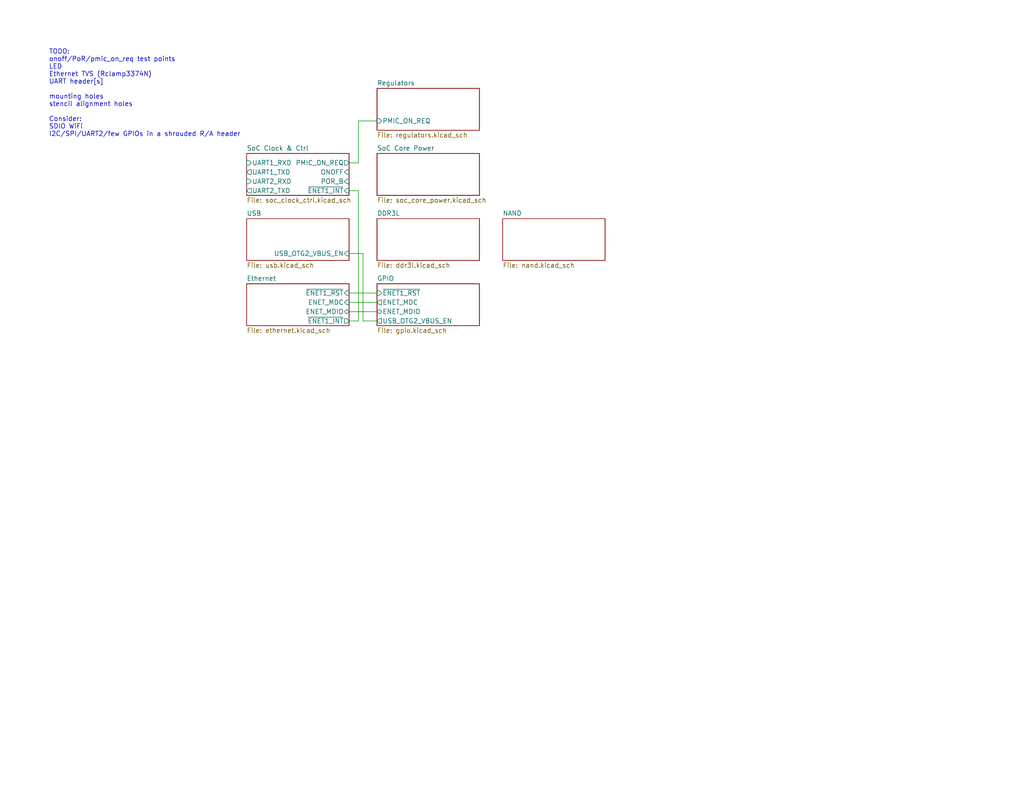
<source format=kicad_sch>
(kicad_sch (version 20211123) (generator eeschema)

  (uuid 273d8136-3b17-4664-8063-cfe58b0ee5a9)

  (paper "USLetter")

  (title_block
    (title "catfood")
    (company "Ian Kilgore")
  )

  (lib_symbols
  )


  (wire (pts (xy 95.25 82.55) (xy 102.87 82.55))
    (stroke (width 0) (type default) (color 0 0 0 0))
    (uuid 2424d876-e218-43cf-b04d-77a02320cf5d)
  )
  (wire (pts (xy 97.79 33.02) (xy 102.87 33.02))
    (stroke (width 0) (type default) (color 0 0 0 0))
    (uuid 253fb0dd-aca1-4b08-b595-b56653120b61)
  )
  (wire (pts (xy 97.79 52.07) (xy 97.79 87.63))
    (stroke (width 0) (type default) (color 0 0 0 0))
    (uuid 3321e15c-eef7-4e17-925f-5b3a6f8c0b90)
  )
  (wire (pts (xy 95.25 80.01) (xy 102.87 80.01))
    (stroke (width 0) (type default) (color 0 0 0 0))
    (uuid 377ebfc5-11ca-4881-82ec-55373e8882ab)
  )
  (wire (pts (xy 95.25 44.45) (xy 97.79 44.45))
    (stroke (width 0) (type default) (color 0 0 0 0))
    (uuid 6bf5e10e-aa87-461b-af20-b8583d69227b)
  )
  (wire (pts (xy 99.06 69.215) (xy 99.06 87.63))
    (stroke (width 0) (type default) (color 0 0 0 0))
    (uuid 93c3457d-bbb6-4eef-9ac8-582cdb44d314)
  )
  (wire (pts (xy 95.25 85.09) (xy 102.87 85.09))
    (stroke (width 0) (type default) (color 0 0 0 0))
    (uuid 943e741b-5e53-46f8-b156-245bda55e3b6)
  )
  (wire (pts (xy 102.87 87.63) (xy 99.06 87.63))
    (stroke (width 0) (type default) (color 0 0 0 0))
    (uuid a822df30-73d2-48e3-b0df-3d06783e4f49)
  )
  (wire (pts (xy 97.79 44.45) (xy 97.79 33.02))
    (stroke (width 0) (type default) (color 0 0 0 0))
    (uuid b442f0dc-4bfb-49f6-948e-9d8fdecbaf5b)
  )
  (wire (pts (xy 95.25 52.07) (xy 97.79 52.07))
    (stroke (width 0) (type default) (color 0 0 0 0))
    (uuid bea6da50-a8de-471e-8155-96530c0d7d50)
  )
  (wire (pts (xy 95.25 69.215) (xy 99.06 69.215))
    (stroke (width 0) (type default) (color 0 0 0 0))
    (uuid d6157bc2-169d-4665-9fce-fa6f7ed2ba8e)
  )
  (wire (pts (xy 97.79 87.63) (xy 95.25 87.63))
    (stroke (width 0) (type default) (color 0 0 0 0))
    (uuid eecdf7fd-ffc4-46fb-a2a6-fdcfa81dcb48)
  )

  (text "TODO:\nonoff/PoR/pmic_on_req test points\nLED\nEthernet TVS (Rclamp3374N)\nUART header[s]\n\nmounting holes\nstencil alignment holes\n\nConsider:\nSDIO WiFi\nI2C/SPI/UART2/few GPIOs in a shrouded R/A header"
    (at 13.335 37.465 0)
    (effects (font (size 1.27 1.27)) (justify left bottom))
    (uuid b9ae53ff-d2cc-4179-800e-51dbd9355540)
  )

  (sheet (at 137.16 59.69) (size 27.94 11.43) (fields_autoplaced)
    (stroke (width 0.1524) (type solid) (color 0 0 0 0))
    (fill (color 0 0 0 0.0000))
    (uuid 070bf4c0-20e4-46ea-85ff-83bf5a0585a3)
    (property "Sheet name" "NAND" (id 0) (at 137.16 58.9784 0)
      (effects (font (size 1.27 1.27)) (justify left bottom))
    )
    (property "Sheet file" "nand.kicad_sch" (id 1) (at 137.16 71.7046 0)
      (effects (font (size 1.27 1.27)) (justify left top))
    )
  )

  (sheet (at 102.87 77.47) (size 27.94 11.43) (fields_autoplaced)
    (stroke (width 0.1524) (type solid) (color 0 0 0 0))
    (fill (color 0 0 0 0.0000))
    (uuid 1f7c86fd-838a-4fbd-9ad6-fe73640b467f)
    (property "Sheet name" "GPIO" (id 0) (at 102.87 76.7584 0)
      (effects (font (size 1.27 1.27)) (justify left bottom))
    )
    (property "Sheet file" "gpio.kicad_sch" (id 1) (at 102.87 89.4846 0)
      (effects (font (size 1.27 1.27)) (justify left top))
    )
    (pin "ENET_MDIO" bidirectional (at 102.87 85.09 180)
      (effects (font (size 1.27 1.27)) (justify left))
      (uuid 1089aca9-250b-4b44-affe-547c0e4c2f45)
    )
    (pin "ENET_MDC" output (at 102.87 82.55 180)
      (effects (font (size 1.27 1.27)) (justify left))
      (uuid a2b9e828-4ee2-47e9-85ba-87d0fbbe745d)
    )
    (pin "~{ENET1_RST}" input (at 102.87 80.01 180)
      (effects (font (size 1.27 1.27)) (justify left))
      (uuid db01eb4b-d8f6-4f6d-8272-9e04efe1f075)
    )
    (pin "USB_OTG2_VBUS_EN" output (at 102.87 87.63 180)
      (effects (font (size 1.27 1.27)) (justify left))
      (uuid 99446914-3920-49bd-874b-a0858132f3b2)
    )
  )

  (sheet (at 102.87 41.91) (size 27.94 11.43) (fields_autoplaced)
    (stroke (width 0.1524) (type solid) (color 0 0 0 0))
    (fill (color 0 0 0 0.0000))
    (uuid 2ab15384-2aea-4732-9049-deba0d18aefc)
    (property "Sheet name" "SoC Core Power" (id 0) (at 102.87 41.1984 0)
      (effects (font (size 1.27 1.27)) (justify left bottom))
    )
    (property "Sheet file" "soc_core_power.kicad_sch" (id 1) (at 102.87 53.9246 0)
      (effects (font (size 1.27 1.27)) (justify left top))
    )
  )

  (sheet (at 102.87 59.69) (size 27.94 11.43) (fields_autoplaced)
    (stroke (width 0.1524) (type solid) (color 0 0 0 0))
    (fill (color 0 0 0 0.0000))
    (uuid 798b3f66-4b87-46ea-bb18-dc03ff32d68c)
    (property "Sheet name" "DDR3L" (id 0) (at 102.87 58.9784 0)
      (effects (font (size 1.27 1.27)) (justify left bottom))
    )
    (property "Sheet file" "ddr3l.kicad_sch" (id 1) (at 102.87 71.7046 0)
      (effects (font (size 1.27 1.27)) (justify left top))
    )
  )

  (sheet (at 67.31 59.69) (size 27.94 11.43) (fields_autoplaced)
    (stroke (width 0.1524) (type solid) (color 0 0 0 0))
    (fill (color 0 0 0 0.0000))
    (uuid 8268d581-e104-4459-841c-45d3bd21be9e)
    (property "Sheet name" "USB" (id 0) (at 67.31 58.9784 0)
      (effects (font (size 1.27 1.27)) (justify left bottom))
    )
    (property "Sheet file" "usb.kicad_sch" (id 1) (at 67.31 71.7046 0)
      (effects (font (size 1.27 1.27)) (justify left top))
    )
    (pin "USB_OTG2_VBUS_EN" input (at 95.25 69.215 0)
      (effects (font (size 1.27 1.27)) (justify right))
      (uuid bcd9bca4-3de2-452d-ae5c-76b10504d8bd)
    )
  )

  (sheet (at 67.31 77.47) (size 27.94 11.43) (fields_autoplaced)
    (stroke (width 0.1524) (type solid) (color 0 0 0 0))
    (fill (color 0 0 0 0.0000))
    (uuid a3321ecb-7e45-4b88-8ac6-91bd0372968a)
    (property "Sheet name" "Ethernet" (id 0) (at 67.31 76.7584 0)
      (effects (font (size 1.27 1.27)) (justify left bottom))
    )
    (property "Sheet file" "ethernet.kicad_sch" (id 1) (at 67.31 89.4846 0)
      (effects (font (size 1.27 1.27)) (justify left top))
    )
    (pin "~{ENET1_RST}" input (at 95.25 80.01 0)
      (effects (font (size 1.27 1.27)) (justify right))
      (uuid 40d3bd38-dbed-45da-9022-99256030b6b8)
    )
    (pin "ENET_MDC" input (at 95.25 82.55 0)
      (effects (font (size 1.27 1.27)) (justify right))
      (uuid f9feaf16-2890-44f6-b2fb-40b75ff73e63)
    )
    (pin "~{ENET1_INT}" output (at 95.25 87.63 0)
      (effects (font (size 1.27 1.27)) (justify right))
      (uuid 65459902-ff14-4e4a-aea9-d02593bc12d6)
    )
    (pin "ENET_MDIO" bidirectional (at 95.25 85.09 0)
      (effects (font (size 1.27 1.27)) (justify right))
      (uuid 49db2f87-a185-4dc8-83ca-e2b785c9d050)
    )
  )

  (sheet (at 102.87 24.13) (size 27.94 11.43) (fields_autoplaced)
    (stroke (width 0.1524) (type solid) (color 0 0 0 0))
    (fill (color 0 0 0 0.0000))
    (uuid e1490e46-0057-4bf0-bc0e-723ccd3e21a2)
    (property "Sheet name" "Regulators" (id 0) (at 102.87 23.4184 0)
      (effects (font (size 1.27 1.27)) (justify left bottom))
    )
    (property "Sheet file" "regulators.kicad_sch" (id 1) (at 102.87 36.1446 0)
      (effects (font (size 1.27 1.27)) (justify left top))
    )
    (pin "PMIC_ON_REQ" input (at 102.87 33.02 180)
      (effects (font (size 1.27 1.27)) (justify left))
      (uuid 7e3e0121-119f-4a0c-96c5-5a8fef6714ad)
    )
  )

  (sheet (at 67.31 41.91) (size 27.94 11.43) (fields_autoplaced)
    (stroke (width 0.1524) (type solid) (color 0 0 0 0))
    (fill (color 0 0 0 0.0000))
    (uuid f3ebd76f-b12f-4b33-bd17-edae6bffa200)
    (property "Sheet name" "SoC Clock & Ctrl" (id 0) (at 67.31 41.1984 0)
      (effects (font (size 1.27 1.27)) (justify left bottom))
    )
    (property "Sheet file" "soc_clock_ctrl.kicad_sch" (id 1) (at 67.31 53.9246 0)
      (effects (font (size 1.27 1.27)) (justify left top))
    )
    (pin "UART2_TXD" output (at 67.31 52.07 180)
      (effects (font (size 1.27 1.27)) (justify left))
      (uuid 83de55f2-18e0-4c62-9b1c-d39fd069a4b4)
    )
    (pin "UART2_RXD" input (at 67.31 49.53 180)
      (effects (font (size 1.27 1.27)) (justify left))
      (uuid 9ae418c1-3c25-439a-871c-75146bbbd3f0)
    )
    (pin "UART1_RXD" input (at 67.31 44.45 180)
      (effects (font (size 1.27 1.27)) (justify left))
      (uuid e4d48e4c-1216-4e37-81c6-6641aa70cb14)
    )
    (pin "UART1_TXD" output (at 67.31 46.99 180)
      (effects (font (size 1.27 1.27)) (justify left))
      (uuid 7ecf9113-086a-4851-94a0-49276d22a869)
    )
    (pin "ONOFF" input (at 95.25 46.99 0)
      (effects (font (size 1.27 1.27)) (justify right))
      (uuid 68ab4643-5b70-441a-b0c3-089f7741d85e)
    )
    (pin "POR_B" input (at 95.25 49.53 0)
      (effects (font (size 1.27 1.27)) (justify right))
      (uuid b3299d29-28ad-4f26-995b-0975bc629733)
    )
    (pin "~{ENET1_INT}" input (at 95.25 52.07 0)
      (effects (font (size 1.27 1.27)) (justify right))
      (uuid 03aa2106-4372-4183-97b5-3e26076b4fe1)
    )
    (pin "PMIC_ON_REQ" output (at 95.25 44.45 0)
      (effects (font (size 1.27 1.27)) (justify right))
      (uuid 2d34bf5b-ac3b-445e-b399-b2475f2d56b3)
    )
  )

  (sheet_instances
    (path "/" (page "1"))
    (path "/e1490e46-0057-4bf0-bc0e-723ccd3e21a2" (page "2"))
    (path "/2ab15384-2aea-4732-9049-deba0d18aefc" (page "3"))
    (path "/8268d581-e104-4459-841c-45d3bd21be9e" (page "4"))
    (path "/798b3f66-4b87-46ea-bb18-dc03ff32d68c" (page "5"))
    (path "/070bf4c0-20e4-46ea-85ff-83bf5a0585a3" (page "6"))
    (path "/a3321ecb-7e45-4b88-8ac6-91bd0372968a" (page "7"))
    (path "/1f7c86fd-838a-4fbd-9ad6-fe73640b467f" (page "9"))
    (path "/f3ebd76f-b12f-4b33-bd17-edae6bffa200" (page "11"))
  )

  (symbol_instances
    (path "/e1490e46-0057-4bf0-bc0e-723ccd3e21a2/c3bbd457-7746-4e05-958e-29d82735e24c"
      (reference "#PWR02") (unit 1) (value "GND") (footprint "")
    )
    (path "/e1490e46-0057-4bf0-bc0e-723ccd3e21a2/00eea709-fd84-48ff-bec8-3ebb9f7853f2"
      (reference "#PWR?") (unit 1) (value "VDD_5V") (footprint "")
    )
    (path "/a3321ecb-7e45-4b88-8ac6-91bd0372968a/022ddf8d-bfc9-42f8-992e-9d2a91327936"
      (reference "#PWR?") (unit 1) (value "GND") (footprint "")
    )
    (path "/1f7c86fd-838a-4fbd-9ad6-fe73640b467f/024b1879-2416-4000-9cf2-357bdb471bc4"
      (reference "#PWR?") (unit 1) (value "VDD_3V3") (footprint "")
    )
    (path "/798b3f66-4b87-46ea-bb18-dc03ff32d68c/03256f4a-23de-4925-be7b-ad87314088e4"
      (reference "#PWR?") (unit 1) (value "VDD_HIGH_CAP") (footprint "")
    )
    (path "/e1490e46-0057-4bf0-bc0e-723ccd3e21a2/0511df4d-4613-4b23-be18-c4d8bcd40e4a"
      (reference "#PWR?") (unit 1) (value "VDD_1V35") (footprint "")
    )
    (path "/e1490e46-0057-4bf0-bc0e-723ccd3e21a2/079aadf6-c4ad-47ab-8ddf-d73e06dc8bd6"
      (reference "#PWR?") (unit 1) (value "GND") (footprint "")
    )
    (path "/f3ebd76f-b12f-4b33-bd17-edae6bffa200/08572369-f62e-426c-9fa7-0049c83cabc8"
      (reference "#PWR?") (unit 1) (value "GND") (footprint "")
    )
    (path "/e1490e46-0057-4bf0-bc0e-723ccd3e21a2/0bfa8389-7c2c-4ccc-9ee3-5ff60bba81db"
      (reference "#PWR?") (unit 1) (value "VDD_1V35") (footprint "")
    )
    (path "/1f7c86fd-838a-4fbd-9ad6-fe73640b467f/0ccd6f5d-4134-45b1-a910-6a5942e4b01b"
      (reference "#PWR?") (unit 1) (value "GND") (footprint "")
    )
    (path "/798b3f66-4b87-46ea-bb18-dc03ff32d68c/0e5dc926-8db0-4e0f-9c5e-4e7f37a65413"
      (reference "#PWR?") (unit 1) (value "GND") (footprint "")
    )
    (path "/e1490e46-0057-4bf0-bc0e-723ccd3e21a2/0f9486a6-1b30-4987-9750-9bfb06ec49ba"
      (reference "#PWR?") (unit 1) (value "GND") (footprint "")
    )
    (path "/2ab15384-2aea-4732-9049-deba0d18aefc/1af6de3c-8c13-46b2-a841-f76483828adb"
      (reference "#PWR?") (unit 1) (value "VDD_3V3_IN") (footprint "")
    )
    (path "/a3321ecb-7e45-4b88-8ac6-91bd0372968a/1aff105a-5850-42a0-86b6-ad81f9c84557"
      (reference "#PWR?") (unit 1) (value "GND") (footprint "")
    )
    (path "/2ab15384-2aea-4732-9049-deba0d18aefc/1b09449a-d692-4353-8710-6ad378842afa"
      (reference "#PWR?") (unit 1) (value "GND") (footprint "")
    )
    (path "/798b3f66-4b87-46ea-bb18-dc03ff32d68c/1c2723a5-f1e6-43c4-8cf7-2df02799a7dc"
      (reference "#PWR?") (unit 1) (value "VDD_1V35") (footprint "")
    )
    (path "/8268d581-e104-4459-841c-45d3bd21be9e/1d20c90e-3ff1-4f31-942e-5d25019e6390"
      (reference "#PWR?") (unit 1) (value "VDD_5V") (footprint "")
    )
    (path "/e1490e46-0057-4bf0-bc0e-723ccd3e21a2/2138ab75-d414-42e0-9792-3f6674bb1f46"
      (reference "#PWR?") (unit 1) (value "GND") (footprint "")
    )
    (path "/798b3f66-4b87-46ea-bb18-dc03ff32d68c/24015307-8d06-4dcd-b42f-7133ee4b8df9"
      (reference "#PWR?") (unit 1) (value "GND") (footprint "")
    )
    (path "/798b3f66-4b87-46ea-bb18-dc03ff32d68c/24fa8039-1444-4026-8b34-3fdd3448f74f"
      (reference "#PWR?") (unit 1) (value "GND") (footprint "")
    )
    (path "/8268d581-e104-4459-841c-45d3bd21be9e/24fd7687-fdbe-434b-a5bd-749f03d3731c"
      (reference "#PWR?") (unit 1) (value "GND") (footprint "")
    )
    (path "/e1490e46-0057-4bf0-bc0e-723ccd3e21a2/25545fee-5fd7-4208-9595-a79e5d358c41"
      (reference "#PWR?") (unit 1) (value "VDD_3V3_IN") (footprint "")
    )
    (path "/798b3f66-4b87-46ea-bb18-dc03ff32d68c/255ac61c-a7a6-4a54-bfdb-209725706a79"
      (reference "#PWR?") (unit 1) (value "GND") (footprint "")
    )
    (path "/e1490e46-0057-4bf0-bc0e-723ccd3e21a2/25bdf16b-d975-4294-86ec-cf309ae3df5b"
      (reference "#PWR?") (unit 1) (value "GND") (footprint "")
    )
    (path "/2ab15384-2aea-4732-9049-deba0d18aefc/25ec20cf-4319-4566-9af4-84a7b9c18b27"
      (reference "#PWR?") (unit 1) (value "VDD_HIGH_CAP") (footprint "")
    )
    (path "/e1490e46-0057-4bf0-bc0e-723ccd3e21a2/286b4de5-4924-4293-828b-c745e436752f"
      (reference "#PWR?") (unit 1) (value "VDD_3V3") (footprint "")
    )
    (path "/798b3f66-4b87-46ea-bb18-dc03ff32d68c/29b9fa76-14f2-4e2a-8705-1b11e0a5b629"
      (reference "#PWR?") (unit 1) (value "VDD_1V35") (footprint "")
    )
    (path "/f3ebd76f-b12f-4b33-bd17-edae6bffa200/3019ffc6-6ea5-4fbe-b3cc-6dc3d7f3aef2"
      (reference "#PWR?") (unit 1) (value "GND") (footprint "")
    )
    (path "/a3321ecb-7e45-4b88-8ac6-91bd0372968a/30215be4-9294-4e19-a988-ecbd952cb691"
      (reference "#PWR?") (unit 1) (value "GND") (footprint "")
    )
    (path "/2ab15384-2aea-4732-9049-deba0d18aefc/30f4a6e3-4606-4cd6-9e4b-5452d63c9fda"
      (reference "#PWR?") (unit 1) (value "VDD_3V3") (footprint "")
    )
    (path "/a3321ecb-7e45-4b88-8ac6-91bd0372968a/345a5b3f-89e0-4b1b-b676-e4db7da5dd11"
      (reference "#PWR?") (unit 1) (value "GND") (footprint "")
    )
    (path "/070bf4c0-20e4-46ea-85ff-83bf5a0585a3/360fbb00-eab2-4c3a-bed8-73e62be0b014"
      (reference "#PWR?") (unit 1) (value "GND") (footprint "")
    )
    (path "/2ab15384-2aea-4732-9049-deba0d18aefc/36ed9b09-6eb4-4839-be08-ac8eece96bec"
      (reference "#PWR?") (unit 1) (value "GND") (footprint "")
    )
    (path "/1f7c86fd-838a-4fbd-9ad6-fe73640b467f/372638c4-d4ad-417b-88f5-7aca18337232"
      (reference "#PWR?") (unit 1) (value "GND") (footprint "")
    )
    (path "/1f7c86fd-838a-4fbd-9ad6-fe73640b467f/378f91d6-30e9-4c40-a13a-d4a853d5927b"
      (reference "#PWR?") (unit 1) (value "VDD_3V3") (footprint "")
    )
    (path "/f3ebd76f-b12f-4b33-bd17-edae6bffa200/38847187-0adf-4f08-a08d-127625d99111"
      (reference "#PWR?") (unit 1) (value "VDD_3V3") (footprint "")
    )
    (path "/e1490e46-0057-4bf0-bc0e-723ccd3e21a2/38eec887-7cfa-44b3-8443-87eae30c6c86"
      (reference "#PWR?") (unit 1) (value "VDD_3V3") (footprint "")
    )
    (path "/1f7c86fd-838a-4fbd-9ad6-fe73640b467f/3c47e844-a0c8-4317-b965-3fc32c14d8bc"
      (reference "#PWR?") (unit 1) (value "GND") (footprint "")
    )
    (path "/798b3f66-4b87-46ea-bb18-dc03ff32d68c/3e20e236-e939-4a4b-b674-183b3ff09f7a"
      (reference "#PWR?") (unit 1) (value "GND") (footprint "")
    )
    (path "/e1490e46-0057-4bf0-bc0e-723ccd3e21a2/3f2cac5b-89ac-4b25-b0d6-8c350c98517a"
      (reference "#PWR?") (unit 1) (value "GND") (footprint "")
    )
    (path "/2ab15384-2aea-4732-9049-deba0d18aefc/43c3d29e-4822-4a18-8e70-48d76360b626"
      (reference "#PWR?") (unit 1) (value "GND") (footprint "")
    )
    (path "/e1490e46-0057-4bf0-bc0e-723ccd3e21a2/4529314b-5ece-42ea-aebb-a183e88559ab"
      (reference "#PWR?") (unit 1) (value "GND") (footprint "")
    )
    (path "/a3321ecb-7e45-4b88-8ac6-91bd0372968a/45ea2fd1-b388-4285-af41-338268ce5960"
      (reference "#PWR?") (unit 1) (value "GND") (footprint "")
    )
    (path "/e1490e46-0057-4bf0-bc0e-723ccd3e21a2/4aa2880c-1311-42c8-b8d8-1f126d647715"
      (reference "#PWR?") (unit 1) (value "GND") (footprint "")
    )
    (path "/070bf4c0-20e4-46ea-85ff-83bf5a0585a3/4ca9f10e-da94-4d2d-8d2a-3d6b0d56b421"
      (reference "#PWR?") (unit 1) (value "GND") (footprint "")
    )
    (path "/f3ebd76f-b12f-4b33-bd17-edae6bffa200/4cdf8f5c-deb2-4d44-8035-cb7521c0c8fc"
      (reference "#PWR?") (unit 1) (value "GND") (footprint "")
    )
    (path "/e1490e46-0057-4bf0-bc0e-723ccd3e21a2/4d770221-ea67-4b90-adaf-cce46f517811"
      (reference "#PWR?") (unit 1) (value "GND") (footprint "")
    )
    (path "/798b3f66-4b87-46ea-bb18-dc03ff32d68c/4da48c9e-dee9-4f0d-9648-5b0bef819dcf"
      (reference "#PWR?") (unit 1) (value "GND") (footprint "")
    )
    (path "/070bf4c0-20e4-46ea-85ff-83bf5a0585a3/4dbfb975-416f-446a-b052-db5a4f7aa209"
      (reference "#PWR?") (unit 1) (value "GND") (footprint "")
    )
    (path "/8268d581-e104-4459-841c-45d3bd21be9e/50c68f57-f86f-431e-b695-351a3335ed26"
      (reference "#PWR?") (unit 1) (value "GND") (footprint "")
    )
    (path "/2ab15384-2aea-4732-9049-deba0d18aefc/517f4559-6c18-42bc-ace7-9e6e9aca8927"
      (reference "#PWR?") (unit 1) (value "GND") (footprint "")
    )
    (path "/798b3f66-4b87-46ea-bb18-dc03ff32d68c/543b5659-5d67-4800-b2a3-185983d6d5ab"
      (reference "#PWR?") (unit 1) (value "GND") (footprint "")
    )
    (path "/f3ebd76f-b12f-4b33-bd17-edae6bffa200/5a601572-4ac4-4768-84d7-3af9cdcbeea3"
      (reference "#PWR?") (unit 1) (value "GND") (footprint "")
    )
    (path "/e1490e46-0057-4bf0-bc0e-723ccd3e21a2/5c7591cb-9632-423b-aec2-9e9f8ba8c63e"
      (reference "#PWR?") (unit 1) (value "VDD_3V3_IN") (footprint "")
    )
    (path "/070bf4c0-20e4-46ea-85ff-83bf5a0585a3/5f4ac017-74ad-4dbf-8c86-47c1914a17ee"
      (reference "#PWR?") (unit 1) (value "VDD_3V3") (footprint "")
    )
    (path "/2ab15384-2aea-4732-9049-deba0d18aefc/61503b57-566d-401b-8de6-a1b10e7ab9c8"
      (reference "#PWR?") (unit 1) (value "GND") (footprint "")
    )
    (path "/2ab15384-2aea-4732-9049-deba0d18aefc/65aeb6ed-88f0-4417-95fa-e72f16dda1e0"
      (reference "#PWR?") (unit 1) (value "VDD_1V35") (footprint "")
    )
    (path "/e1490e46-0057-4bf0-bc0e-723ccd3e21a2/65ee328a-1f7f-416f-9658-78cc74892f60"
      (reference "#PWR?") (unit 1) (value "GND") (footprint "")
    )
    (path "/f3ebd76f-b12f-4b33-bd17-edae6bffa200/6659051c-ff5b-4517-becc-b305b26e685f"
      (reference "#PWR?") (unit 1) (value "GND") (footprint "")
    )
    (path "/a3321ecb-7e45-4b88-8ac6-91bd0372968a/6a00cdfb-2c70-45bb-914d-8e634793d3f1"
      (reference "#PWR?") (unit 1) (value "GND") (footprint "")
    )
    (path "/2ab15384-2aea-4732-9049-deba0d18aefc/6e8c2961-01a9-496d-af98-7888c1015421"
      (reference "#PWR?") (unit 1) (value "GND") (footprint "")
    )
    (path "/e1490e46-0057-4bf0-bc0e-723ccd3e21a2/718da6d4-0ffd-4e2b-9b4c-bd4627aa916d"
      (reference "#PWR?") (unit 1) (value "GND") (footprint "")
    )
    (path "/a3321ecb-7e45-4b88-8ac6-91bd0372968a/72002d57-4d66-4143-b4ec-51e12b0ffac2"
      (reference "#PWR?") (unit 1) (value "GND") (footprint "")
    )
    (path "/798b3f66-4b87-46ea-bb18-dc03ff32d68c/7480f771-3d45-4b50-b822-738b4d4f47f0"
      (reference "#PWR?") (unit 1) (value "GND") (footprint "")
    )
    (path "/8268d581-e104-4459-841c-45d3bd21be9e/74ac51a4-8fdf-417c-aead-4fa31c121c18"
      (reference "#PWR?") (unit 1) (value "GND") (footprint "")
    )
    (path "/798b3f66-4b87-46ea-bb18-dc03ff32d68c/7635e6a8-30b6-4df6-acfe-f3bd76e8d13b"
      (reference "#PWR?") (unit 1) (value "GND") (footprint "")
    )
    (path "/8268d581-e104-4459-841c-45d3bd21be9e/7caed427-6b1b-480d-90cb-f7b257a4d09b"
      (reference "#PWR?") (unit 1) (value "VDD_5V") (footprint "")
    )
    (path "/798b3f66-4b87-46ea-bb18-dc03ff32d68c/7fddbc0d-42e2-4255-b70e-d987761592b9"
      (reference "#PWR?") (unit 1) (value "GND") (footprint "")
    )
    (path "/8268d581-e104-4459-841c-45d3bd21be9e/82f0102e-bb1d-45b5-9ef1-ddbb8e894463"
      (reference "#PWR?") (unit 1) (value "GND") (footprint "")
    )
    (path "/1f7c86fd-838a-4fbd-9ad6-fe73640b467f/85a0181e-a403-4025-a6f0-f74b09799c37"
      (reference "#PWR?") (unit 1) (value "GND") (footprint "")
    )
    (path "/2ab15384-2aea-4732-9049-deba0d18aefc/85af53d0-d8d5-4df2-a93b-7624a848338e"
      (reference "#PWR?") (unit 1) (value "GND") (footprint "")
    )
    (path "/f3ebd76f-b12f-4b33-bd17-edae6bffa200/87a5e5b5-1087-4693-a0b4-292dff8435a6"
      (reference "#PWR?") (unit 1) (value "GND") (footprint "")
    )
    (path "/a3321ecb-7e45-4b88-8ac6-91bd0372968a/8984b92a-bf5f-4958-9d0e-edc86745ec4e"
      (reference "#PWR?") (unit 1) (value "VDD_3V3") (footprint "")
    )
    (path "/8268d581-e104-4459-841c-45d3bd21be9e/8d3b9f57-23dd-4475-b7bb-8f80e6a0c4a7"
      (reference "#PWR?") (unit 1) (value "GND") (footprint "")
    )
    (path "/e1490e46-0057-4bf0-bc0e-723ccd3e21a2/8dd18c84-c3d6-4695-b07d-5e98f352f796"
      (reference "#PWR?") (unit 1) (value "GND") (footprint "")
    )
    (path "/8268d581-e104-4459-841c-45d3bd21be9e/8e0e6857-cbf0-4a5e-8bfc-3ad86fd65144"
      (reference "#PWR?") (unit 1) (value "GND") (footprint "")
    )
    (path "/a3321ecb-7e45-4b88-8ac6-91bd0372968a/8faaa1bb-d3b7-427b-9003-dcc98e785eb7"
      (reference "#PWR?") (unit 1) (value "VDD_3V3") (footprint "")
    )
    (path "/798b3f66-4b87-46ea-bb18-dc03ff32d68c/94427fcb-87f4-4a94-a623-3f26bea76873"
      (reference "#PWR?") (unit 1) (value "GND") (footprint "")
    )
    (path "/a3321ecb-7e45-4b88-8ac6-91bd0372968a/9798fbb5-87a6-455e-8929-32fa31c7860f"
      (reference "#PWR?") (unit 1) (value "GND") (footprint "")
    )
    (path "/e1490e46-0057-4bf0-bc0e-723ccd3e21a2/9a9e918f-0ea8-4f84-95f1-c8607d7cc163"
      (reference "#PWR?") (unit 1) (value "GND") (footprint "")
    )
    (path "/798b3f66-4b87-46ea-bb18-dc03ff32d68c/9aef893e-7f56-40c1-9185-5a0cbcac8992"
      (reference "#PWR?") (unit 1) (value "GND") (footprint "")
    )
    (path "/1f7c86fd-838a-4fbd-9ad6-fe73640b467f/9de9b78e-8236-4cb8-9fff-a991caf76475"
      (reference "#PWR?") (unit 1) (value "GND") (footprint "")
    )
    (path "/a3321ecb-7e45-4b88-8ac6-91bd0372968a/a4545dc6-39c9-4488-b864-2369c9733491"
      (reference "#PWR?") (unit 1) (value "GND") (footprint "")
    )
    (path "/2ab15384-2aea-4732-9049-deba0d18aefc/a8867822-194a-4104-85b6-053c433944c5"
      (reference "#PWR?") (unit 1) (value "GND") (footprint "")
    )
    (path "/f3ebd76f-b12f-4b33-bd17-edae6bffa200/aa4bbd9f-4690-429c-9523-40c8120d7ebb"
      (reference "#PWR?") (unit 1) (value "VDD_3V3_IN") (footprint "")
    )
    (path "/a3321ecb-7e45-4b88-8ac6-91bd0372968a/aa827d6c-df9c-4f97-ac8f-fe314a6ec844"
      (reference "#PWR?") (unit 1) (value "VDD_3V3") (footprint "")
    )
    (path "/f3ebd76f-b12f-4b33-bd17-edae6bffa200/ac589ff4-ac7b-4679-9fd5-54792c168964"
      (reference "#PWR?") (unit 1) (value "GND") (footprint "")
    )
    (path "/798b3f66-4b87-46ea-bb18-dc03ff32d68c/b4fcc5d9-ce63-4ac4-8525-05ea0ac11345"
      (reference "#PWR?") (unit 1) (value "GND") (footprint "")
    )
    (path "/8268d581-e104-4459-841c-45d3bd21be9e/b6c5bfc4-0b45-48f9-8c24-012c0550ab0b"
      (reference "#PWR?") (unit 1) (value "GND") (footprint "")
    )
    (path "/1f7c86fd-838a-4fbd-9ad6-fe73640b467f/b7a03d78-998f-472d-bc64-c75994d0fddd"
      (reference "#PWR?") (unit 1) (value "VDD_3V3") (footprint "")
    )
    (path "/070bf4c0-20e4-46ea-85ff-83bf5a0585a3/b8133473-cb4c-4e44-96c3-ddac821db66a"
      (reference "#PWR?") (unit 1) (value "VDD_3V3") (footprint "")
    )
    (path "/e1490e46-0057-4bf0-bc0e-723ccd3e21a2/b827c2ad-59bd-4ef9-9a5d-f59e81cd4026"
      (reference "#PWR?") (unit 1) (value "VDD_3V3") (footprint "")
    )
    (path "/a3321ecb-7e45-4b88-8ac6-91bd0372968a/bd2fc68c-f6a7-4d24-96d8-975d3d5265aa"
      (reference "#PWR?") (unit 1) (value "GND") (footprint "")
    )
    (path "/8268d581-e104-4459-841c-45d3bd21be9e/be2360f4-46ae-4cdd-a2a6-a348e1f39cf4"
      (reference "#PWR?") (unit 1) (value "GND") (footprint "")
    )
    (path "/798b3f66-4b87-46ea-bb18-dc03ff32d68c/bee2ec90-de79-4f87-a53d-a7494a070eb5"
      (reference "#PWR?") (unit 1) (value "VDD_1V35") (footprint "")
    )
    (path "/a3321ecb-7e45-4b88-8ac6-91bd0372968a/c2f216b5-abaf-4b8c-9f5a-f3b782b7cfcd"
      (reference "#PWR?") (unit 1) (value "VDD_3V3") (footprint "")
    )
    (path "/a3321ecb-7e45-4b88-8ac6-91bd0372968a/c5b3c65f-ed69-49cb-81e5-87461839d1da"
      (reference "#PWR?") (unit 1) (value "VDD_3V3") (footprint "")
    )
    (path "/798b3f66-4b87-46ea-bb18-dc03ff32d68c/c5e4bfc0-b718-4774-b4fe-2f9f1b9ffb31"
      (reference "#PWR?") (unit 1) (value "VDD_1V35") (footprint "")
    )
    (path "/8268d581-e104-4459-841c-45d3bd21be9e/c829e617-de5b-4cf1-bee8-ffbe813771be"
      (reference "#PWR?") (unit 1) (value "GND") (footprint "")
    )
    (path "/a3321ecb-7e45-4b88-8ac6-91bd0372968a/c972676b-0cd6-4ee2-9e19-0043c38ba2e0"
      (reference "#PWR?") (unit 1) (value "VDD_3V3") (footprint "")
    )
    (path "/798b3f66-4b87-46ea-bb18-dc03ff32d68c/c9d00070-f405-4931-b51f-53489179938f"
      (reference "#PWR?") (unit 1) (value "GND") (footprint "")
    )
    (path "/798b3f66-4b87-46ea-bb18-dc03ff32d68c/cc2ea7bd-67b6-47c2-9ebf-5a2d210a8793"
      (reference "#PWR?") (unit 1) (value "GND") (footprint "")
    )
    (path "/8268d581-e104-4459-841c-45d3bd21be9e/cc69c46a-5304-4716-b60c-e590c4b53517"
      (reference "#PWR?") (unit 1) (value "GND") (footprint "")
    )
    (path "/1f7c86fd-838a-4fbd-9ad6-fe73640b467f/d2bb7ab3-0665-431c-89b9-dd9b9c18edf8"
      (reference "#PWR?") (unit 1) (value "VDD_3V3") (footprint "")
    )
    (path "/798b3f66-4b87-46ea-bb18-dc03ff32d68c/d50f8ad4-698a-48af-9146-093250c37fc5"
      (reference "#PWR?") (unit 1) (value "GND") (footprint "")
    )
    (path "/070bf4c0-20e4-46ea-85ff-83bf5a0585a3/d63a2943-19af-43bd-8687-dd9b49001b4d"
      (reference "#PWR?") (unit 1) (value "VDD_3V3") (footprint "")
    )
    (path "/8268d581-e104-4459-841c-45d3bd21be9e/db3d0114-48c5-4602-a698-cff902091733"
      (reference "#PWR?") (unit 1) (value "GND") (footprint "")
    )
    (path "/f3ebd76f-b12f-4b33-bd17-edae6bffa200/dcfe82b4-728e-47e9-b293-74162304364f"
      (reference "#PWR?") (unit 1) (value "GND") (footprint "")
    )
    (path "/a3321ecb-7e45-4b88-8ac6-91bd0372968a/e13492b6-3dce-4459-97b4-1326be22992c"
      (reference "#PWR?") (unit 1) (value "GND") (footprint "")
    )
    (path "/e1490e46-0057-4bf0-bc0e-723ccd3e21a2/e31ef5d6-c132-4f81-adff-ead0c967154e"
      (reference "#PWR?") (unit 1) (value "GND") (footprint "")
    )
    (path "/8268d581-e104-4459-841c-45d3bd21be9e/e32e4a60-3451-40c7-b24e-6385134fe1f9"
      (reference "#PWR?") (unit 1) (value "GND") (footprint "")
    )
    (path "/8268d581-e104-4459-841c-45d3bd21be9e/e4cc98ba-2800-414b-91c5-1ba79e715752"
      (reference "#PWR?") (unit 1) (value "GND") (footprint "")
    )
    (path "/070bf4c0-20e4-46ea-85ff-83bf5a0585a3/e66d1236-6d6a-4de8-8bd1-3f02519a4590"
      (reference "#PWR?") (unit 1) (value "GND") (footprint "")
    )
    (path "/8268d581-e104-4459-841c-45d3bd21be9e/e68a833a-fcd8-42b4-8c98-defe7cd60ad5"
      (reference "#PWR?") (unit 1) (value "GND") (footprint "")
    )
    (path "/e1490e46-0057-4bf0-bc0e-723ccd3e21a2/e7f40b7d-902b-4b46-b905-1baf8f59958f"
      (reference "#PWR?") (unit 1) (value "GND") (footprint "")
    )
    (path "/e1490e46-0057-4bf0-bc0e-723ccd3e21a2/ebf320c8-5094-4f1c-a7f0-89b12f020874"
      (reference "#PWR?") (unit 1) (value "VDD_3V3_IN") (footprint "")
    )
    (path "/8268d581-e104-4459-841c-45d3bd21be9e/f60a89da-3588-4963-9949-70ba1fa50db5"
      (reference "#PWR?") (unit 1) (value "GND") (footprint "")
    )
    (path "/8268d581-e104-4459-841c-45d3bd21be9e/f7f99ae5-a4ec-46f5-96fc-aea40f288814"
      (reference "#PWR?") (unit 1) (value "VDD_5V") (footprint "")
    )
    (path "/2ab15384-2aea-4732-9049-deba0d18aefc/f824c6a2-8fff-426d-81d1-d8d81f63e3e4"
      (reference "#PWR?") (unit 1) (value "GND") (footprint "")
    )
    (path "/e1490e46-0057-4bf0-bc0e-723ccd3e21a2/f8ee2210-80f1-4c8a-9c4e-b9564828a058"
      (reference "#PWR?") (unit 1) (value "GND") (footprint "")
    )
    (path "/f3ebd76f-b12f-4b33-bd17-edae6bffa200/faba1a4c-45c1-43e2-9e86-43430644db81"
      (reference "#PWR?") (unit 1) (value "GND") (footprint "")
    )
    (path "/1f7c86fd-838a-4fbd-9ad6-fe73640b467f/ff501212-6c12-493a-b516-d04462974605"
      (reference "#PWR?") (unit 1) (value "VDD_3V3") (footprint "")
    )
    (path "/e1490e46-0057-4bf0-bc0e-723ccd3e21a2/ffcb7f7b-5e72-43a1-aa42-60ffffe195ee"
      (reference "#PWR?") (unit 1) (value "VDD_5V") (footprint "")
    )
    (path "/2ab15384-2aea-4732-9049-deba0d18aefc/013fa710-b355-4659-a8b2-971ea7f20a61"
      (reference "C?") (unit 1) (value "0.22uF 0402") (footprint "")
    )
    (path "/1f7c86fd-838a-4fbd-9ad6-fe73640b467f/04ce3871-5c4d-4f26-bf03-9964ef0ee38d"
      (reference "C?") (unit 1) (value "1uF 0402") (footprint "")
    )
    (path "/2ab15384-2aea-4732-9049-deba0d18aefc/09429bca-32ea-4a12-b362-dbd69ff913e6"
      (reference "C?") (unit 1) (value "10uF 0805") (footprint "")
    )
    (path "/e1490e46-0057-4bf0-bc0e-723ccd3e21a2/0a2b9744-b200-49ba-8c55-8c3d9e4fb0cb"
      (reference "C?") (unit 1) (value "0.1uF 0402") (footprint "")
    )
    (path "/798b3f66-4b87-46ea-bb18-dc03ff32d68c/0e27d5a9-e0ca-4001-a96f-36a6f681e69c"
      (reference "C?") (unit 1) (value "0.22uF 0402") (footprint "")
    )
    (path "/a3321ecb-7e45-4b88-8ac6-91bd0372968a/0efe4854-f0a3-4c20-94ec-3f8403cd9700"
      (reference "C?") (unit 1) (value "18pF 0402") (footprint "")
    )
    (path "/798b3f66-4b87-46ea-bb18-dc03ff32d68c/10b6f670-6407-4166-9efc-d814fe04452f"
      (reference "C?") (unit 1) (value "0.22uF 0402") (footprint "")
    )
    (path "/a3321ecb-7e45-4b88-8ac6-91bd0372968a/1940b079-7869-4b63-803b-442ddbb0a3eb"
      (reference "C?") (unit 1) (value "0.022uF 0402 50V") (footprint "")
    )
    (path "/a3321ecb-7e45-4b88-8ac6-91bd0372968a/19fdb8ed-3053-4ff9-8f61-fd64b5431402"
      (reference "C?") (unit 1) (value "0.1uF 0402") (footprint "")
    )
    (path "/070bf4c0-20e4-46ea-85ff-83bf5a0585a3/1b6fdecb-8a58-4c5a-95f3-3856ea0462b8"
      (reference "C?") (unit 1) (value "18pF 0402") (footprint "")
    )
    (path "/2ab15384-2aea-4732-9049-deba0d18aefc/1c52b611-d7b1-439a-a97e-83e2327b01ad"
      (reference "C?") (unit 1) (value "0.22uF 0402") (footprint "")
    )
    (path "/2ab15384-2aea-4732-9049-deba0d18aefc/1c8693b2-270f-4f02-86de-f47e9b9e089d"
      (reference "C?") (unit 1) (value "0.22uF 0402") (footprint "")
    )
    (path "/e1490e46-0057-4bf0-bc0e-723ccd3e21a2/1d984d50-7c46-460c-b083-46d422e620ca"
      (reference "C?") (unit 1) (value "10uF 0805") (footprint "")
    )
    (path "/e1490e46-0057-4bf0-bc0e-723ccd3e21a2/1da1add8-55e4-4676-8535-c6c25825e8b3"
      (reference "C?") (unit 1) (value "10uF 0805") (footprint "")
    )
    (path "/a3321ecb-7e45-4b88-8ac6-91bd0372968a/1dddf217-1935-4e0e-b86a-96054577deb8"
      (reference "C?") (unit 1) (value "0.1uF 0402") (footprint "")
    )
    (path "/8268d581-e104-4459-841c-45d3bd21be9e/1e381504-b7bf-44c4-ad5c-2c9dbf89e774"
      (reference "C?") (unit 1) (value "1uF 0603") (footprint "")
    )
    (path "/e1490e46-0057-4bf0-bc0e-723ccd3e21a2/1f373105-6e68-4052-ae50-101ee96531ac"
      (reference "C?") (unit 1) (value "10uF 0805") (footprint "")
    )
    (path "/e1490e46-0057-4bf0-bc0e-723ccd3e21a2/20abe83d-3af9-4866-87a9-75f6ed73b4d2"
      (reference "C?") (unit 1) (value "10uF 0805") (footprint "")
    )
    (path "/798b3f66-4b87-46ea-bb18-dc03ff32d68c/234ba143-aeef-4014-a9ed-9bfdadddd2e1"
      (reference "C?") (unit 1) (value "0.22uF 0402") (footprint "")
    )
    (path "/2ab15384-2aea-4732-9049-deba0d18aefc/236123ac-241a-46f2-9cd0-ef61eb63598a"
      (reference "C?") (unit 1) (value "10uF 0805") (footprint "")
    )
    (path "/798b3f66-4b87-46ea-bb18-dc03ff32d68c/240e143d-99a3-482a-9c18-0d5359707041"
      (reference "C?") (unit 1) (value "4.7uF 0603") (footprint "")
    )
    (path "/070bf4c0-20e4-46ea-85ff-83bf5a0585a3/24391822-3b40-4163-a59d-bc95bf4eef05"
      (reference "C?") (unit 1) (value "0.1uF 0402") (footprint "")
    )
    (path "/1f7c86fd-838a-4fbd-9ad6-fe73640b467f/2593755d-9f04-4e01-82a0-0ce566428203"
      (reference "C?") (unit 1) (value "0.22uF 0402") (footprint "")
    )
    (path "/2ab15384-2aea-4732-9049-deba0d18aefc/29e69fb6-e5c4-4402-94ce-1d25ecfe709d"
      (reference "C?") (unit 1) (value "0.22uF 0402") (footprint "")
    )
    (path "/8268d581-e104-4459-841c-45d3bd21be9e/2b28acef-6446-4f9d-8527-5125b2dca488"
      (reference "C?") (unit 1) (value "1uF 0402") (footprint "")
    )
    (path "/8268d581-e104-4459-841c-45d3bd21be9e/2d7c85be-3544-4863-8c60-678b913f513c"
      (reference "C?") (unit 1) (value "10uF 0805") (footprint "")
    )
    (path "/2ab15384-2aea-4732-9049-deba0d18aefc/2ed208a5-6fda-4953-8bec-1a42df45ee65"
      (reference "C?") (unit 1) (value "4.7uF 0603") (footprint "")
    )
    (path "/e1490e46-0057-4bf0-bc0e-723ccd3e21a2/31fd2c1d-d485-4bb8-a47d-2891c3a57cd4"
      (reference "C?") (unit 1) (value "1uF 0402") (footprint "")
    )
    (path "/f3ebd76f-b12f-4b33-bd17-edae6bffa200/332049be-2776-4be4-8fdf-cb37b37d96cc"
      (reference "C?") (unit 1) (value "18pF 0402") (footprint "")
    )
    (path "/798b3f66-4b87-46ea-bb18-dc03ff32d68c/338570f8-894e-44d9-a1b2-859904562055"
      (reference "C?") (unit 1) (value "0.22uF 0402") (footprint "")
    )
    (path "/e1490e46-0057-4bf0-bc0e-723ccd3e21a2/348ea8d6-6a1e-4edf-af09-c88d8834afed"
      (reference "C?") (unit 1) (value "10uF 0805") (footprint "")
    )
    (path "/a3321ecb-7e45-4b88-8ac6-91bd0372968a/3682212d-b684-4e0b-9460-4a3d9e57e1b1"
      (reference "C?") (unit 1) (value "0.22uF 0402") (footprint "")
    )
    (path "/798b3f66-4b87-46ea-bb18-dc03ff32d68c/3827fa9e-c110-4c23-a95a-942a00c3211e"
      (reference "C?") (unit 1) (value "2.2pF 0402") (footprint "")
    )
    (path "/070bf4c0-20e4-46ea-85ff-83bf5a0585a3/383e4298-f3b5-4382-924b-c02dcdcada54"
      (reference "C?") (unit 1) (value "0.22uF 0402") (footprint "")
    )
    (path "/a3321ecb-7e45-4b88-8ac6-91bd0372968a/395f1d08-680b-46b5-9161-f51700aa46c8"
      (reference "C?") (unit 1) (value "4.7uF 0603") (footprint "")
    )
    (path "/a3321ecb-7e45-4b88-8ac6-91bd0372968a/39ab8b15-76bb-45af-9b6c-a09414ec5df1"
      (reference "C?") (unit 1) (value "0.001uF 2kV") (footprint "")
    )
    (path "/070bf4c0-20e4-46ea-85ff-83bf5a0585a3/3c6a553a-1402-408b-880a-a780852f3a6e"
      (reference "C?") (unit 1) (value "0.1uF 0402") (footprint "")
    )
    (path "/a3321ecb-7e45-4b88-8ac6-91bd0372968a/438e023e-96ba-4c04-a106-f38aec48996d"
      (reference "C?") (unit 1) (value "0.1uF 0402") (footprint "")
    )
    (path "/798b3f66-4b87-46ea-bb18-dc03ff32d68c/48a39b85-398e-47be-b803-bcf39ae23ae7"
      (reference "C?") (unit 1) (value "0.22uF 0402") (footprint "")
    )
    (path "/a3321ecb-7e45-4b88-8ac6-91bd0372968a/4e30a38f-4b0d-4b1e-83d1-e3b4469b28de"
      (reference "C?") (unit 1) (value "0.1uF 0402") (footprint "")
    )
    (path "/070bf4c0-20e4-46ea-85ff-83bf5a0585a3/4e7d2c3a-0960-47aa-a60d-a4772f760e53"
      (reference "C?") (unit 1) (value "4.7uF 0603") (footprint "")
    )
    (path "/798b3f66-4b87-46ea-bb18-dc03ff32d68c/4f846b06-0935-45d1-93d3-fe7ec224f174"
      (reference "C?") (unit 1) (value "0.22uF 0402") (footprint "")
    )
    (path "/1f7c86fd-838a-4fbd-9ad6-fe73640b467f/50ab91a1-1ee6-40c5-9316-9287534052a4"
      (reference "C?") (unit 1) (value "0.22uF 0402") (footprint "")
    )
    (path "/a3321ecb-7e45-4b88-8ac6-91bd0372968a/55f48bc7-6967-4a9c-a228-3d2203376881"
      (reference "C?") (unit 1) (value "0.1uF 0402") (footprint "")
    )
    (path "/8268d581-e104-4459-841c-45d3bd21be9e/560b3e2b-f4b5-4e60-a5df-52d0eaca357a"
      (reference "C?") (unit 1) (value "10uF 0805") (footprint "")
    )
    (path "/798b3f66-4b87-46ea-bb18-dc03ff32d68c/5cef9ca8-b0dc-421b-bc60-51fa2a5a759f"
      (reference "C?") (unit 1) (value "0.22uF 0402") (footprint "")
    )
    (path "/e1490e46-0057-4bf0-bc0e-723ccd3e21a2/616a633c-9b9e-4f13-b951-4d3018cdc580"
      (reference "C?") (unit 1) (value "DNI 0402") (footprint "")
    )
    (path "/798b3f66-4b87-46ea-bb18-dc03ff32d68c/635f5ec3-c5d0-4b4c-9fd0-6a0d63e32da9"
      (reference "C?") (unit 1) (value "0.22uF 0402") (footprint "")
    )
    (path "/2ab15384-2aea-4732-9049-deba0d18aefc/6607ab45-bdaa-4c58-8ca3-5a0154d8db22"
      (reference "C?") (unit 1) (value "0.22uF 0402") (footprint "")
    )
    (path "/798b3f66-4b87-46ea-bb18-dc03ff32d68c/69485bb8-4472-44b4-85f5-162db8d3b6ad"
      (reference "C?") (unit 1) (value "0.22uF 0402") (footprint "")
    )
    (path "/2ab15384-2aea-4732-9049-deba0d18aefc/6ac27e8a-f0b6-45fb-8bba-cda0e67bdd39"
      (reference "C?") (unit 1) (value "0.22uF 0402") (footprint "")
    )
    (path "/2ab15384-2aea-4732-9049-deba0d18aefc/6b31af9e-71cc-40f2-a22e-4767fccd86e2"
      (reference "C?") (unit 1) (value "0.22uF 0402") (footprint "")
    )
    (path "/798b3f66-4b87-46ea-bb18-dc03ff32d68c/6d422c4c-dd71-4a67-a4cf-171c5d4950cf"
      (reference "C?") (unit 1) (value "0.22uF 0402") (footprint "")
    )
    (path "/2ab15384-2aea-4732-9049-deba0d18aefc/6dbf4f10-d15c-42ff-906b-71c2e019edc0"
      (reference "C?") (unit 1) (value "22uF 0805") (footprint "")
    )
    (path "/1f7c86fd-838a-4fbd-9ad6-fe73640b467f/70fd0444-638a-4bbc-93a0-ddce4a81afa8"
      (reference "C?") (unit 1) (value "0.22uF 0402") (footprint "")
    )
    (path "/798b3f66-4b87-46ea-bb18-dc03ff32d68c/7200f22b-507b-432b-afd1-6c78450ec2ce"
      (reference "C?") (unit 1) (value "0.22uF 0402") (footprint "")
    )
    (path "/798b3f66-4b87-46ea-bb18-dc03ff32d68c/76a9575a-9db7-4685-a545-2981dd000c38"
      (reference "C?") (unit 1) (value "0.22uF 0402") (footprint "")
    )
    (path "/e1490e46-0057-4bf0-bc0e-723ccd3e21a2/7a15b2d2-c744-431e-b00e-47689e0a9f80"
      (reference "C?") (unit 1) (value "0.1uF 0402") (footprint "")
    )
    (path "/070bf4c0-20e4-46ea-85ff-83bf5a0585a3/7a6e2141-7807-4e00-b557-c6dd3e8fe14c"
      (reference "C?") (unit 1) (value "0.1uF 0402") (footprint "")
    )
    (path "/8268d581-e104-4459-841c-45d3bd21be9e/7b61555f-3201-4817-97a0-aceac9651b47"
      (reference "C?") (unit 1) (value "0.1uF 0402") (footprint "")
    )
    (path "/2ab15384-2aea-4732-9049-deba0d18aefc/7eae51e9-c0a8-494a-ace8-937c6ec4e35f"
      (reference "C?") (unit 1) (value "0.22uF 0402") (footprint "")
    )
    (path "/798b3f66-4b87-46ea-bb18-dc03ff32d68c/7f4bc77e-7dbb-4be4-9f58-593dd38ca2b4"
      (reference "C?") (unit 1) (value "2.2pF 0402") (footprint "")
    )
    (path "/2ab15384-2aea-4732-9049-deba0d18aefc/81996438-df91-4870-a172-0b7c7206fde4"
      (reference "C?") (unit 1) (value "0.22uF 0402") (footprint "")
    )
    (path "/8268d581-e104-4459-841c-45d3bd21be9e/82cc246c-4f46-4fe5-ae3e-160df85971ad"
      (reference "C?") (unit 1) (value "10uF 0805") (footprint "")
    )
    (path "/f3ebd76f-b12f-4b33-bd17-edae6bffa200/89057c57-3af0-4262-bd88-0c6bc6e439fb"
      (reference "C?") (unit 1) (value "18pF 0402") (footprint "")
    )
    (path "/8268d581-e104-4459-841c-45d3bd21be9e/89c81120-294d-470f-abf0-69c2f0234f04"
      (reference "C?") (unit 1) (value "1uF 0603") (footprint "")
    )
    (path "/798b3f66-4b87-46ea-bb18-dc03ff32d68c/8a2f86a0-3e9b-414b-bf31-3625df976405"
      (reference "C?") (unit 1) (value "0.1uF 0402") (footprint "")
    )
    (path "/e1490e46-0057-4bf0-bc0e-723ccd3e21a2/8bcb7f6d-4fc6-4bfd-bc57-14216ad94248"
      (reference "C?") (unit 1) (value "0.22uF 0402") (footprint "")
    )
    (path "/e1490e46-0057-4bf0-bc0e-723ccd3e21a2/911be92a-1df8-43b5-8f40-d27b1d54ed1b"
      (reference "C?") (unit 1) (value "22uF 0805") (footprint "")
    )
    (path "/798b3f66-4b87-46ea-bb18-dc03ff32d68c/980ad1ed-f66d-4b7e-93e7-a0ac5340b50a"
      (reference "C?") (unit 1) (value "0.22uF 0402") (footprint "")
    )
    (path "/798b3f66-4b87-46ea-bb18-dc03ff32d68c/9863b622-cf30-427a-8fa5-3c3174ba17b6"
      (reference "C?") (unit 1) (value "0.22uF 0402") (footprint "")
    )
    (path "/8268d581-e104-4459-841c-45d3bd21be9e/988f5d79-f00d-4964-a146-5287e5d95386"
      (reference "C?") (unit 1) (value "10uF 0805") (footprint "")
    )
    (path "/8268d581-e104-4459-841c-45d3bd21be9e/a7bc8b0e-2578-46b6-bfa2-e919f3857342"
      (reference "C?") (unit 1) (value "100uF 1210") (footprint "")
    )
    (path "/f3ebd76f-b12f-4b33-bd17-edae6bffa200/a87df369-a262-4d54-8dc1-e378fe51a6a8"
      (reference "C?") (unit 1) (value "18pF 0402") (footprint "")
    )
    (path "/e1490e46-0057-4bf0-bc0e-723ccd3e21a2/aa6c3391-3d38-4ae7-86ca-feac1af7b28a"
      (reference "C?") (unit 1) (value "22uF 0805") (footprint "")
    )
    (path "/2ab15384-2aea-4732-9049-deba0d18aefc/abec418a-515a-4814-b740-58ffd54c9727"
      (reference "C?") (unit 1) (value "22uF 0805") (footprint "")
    )
    (path "/798b3f66-4b87-46ea-bb18-dc03ff32d68c/ac0357d5-362d-440e-9fd6-ef98ca673b6f"
      (reference "C?") (unit 1) (value "0.22uF 0402") (footprint "")
    )
    (path "/798b3f66-4b87-46ea-bb18-dc03ff32d68c/ad00dc0c-444a-4614-9a29-20ad5f5c734e"
      (reference "C?") (unit 1) (value "0.22uF 0402") (footprint "")
    )
    (path "/798b3f66-4b87-46ea-bb18-dc03ff32d68c/ae4e1dab-efe2-4177-9e0c-bc6d0ba0dd4f"
      (reference "C?") (unit 1) (value "0.22uF 0402") (footprint "")
    )
    (path "/798b3f66-4b87-46ea-bb18-dc03ff32d68c/b3eb53f5-0b9c-4efe-9d08-e47c97869a36"
      (reference "C?") (unit 1) (value "0.1uF 0402") (footprint "")
    )
    (path "/070bf4c0-20e4-46ea-85ff-83bf5a0585a3/b44a1c52-654a-41b9-8545-3b7fc20cf3bb"
      (reference "C?") (unit 1) (value "0.1uF 0402") (footprint "")
    )
    (path "/e1490e46-0057-4bf0-bc0e-723ccd3e21a2/bc935aa3-fd29-4f19-8ec2-0039b88ff28c"
      (reference "C?") (unit 1) (value "10uF 0805") (footprint "")
    )
    (path "/2ab15384-2aea-4732-9049-deba0d18aefc/c208f801-8190-4419-94c7-c009bcacf405"
      (reference "C?") (unit 1) (value "0.22uF 0402") (footprint "")
    )
    (path "/2ab15384-2aea-4732-9049-deba0d18aefc/c3a50530-0808-4405-b9fd-0428e538294f"
      (reference "C?") (unit 1) (value "22uF 0805") (footprint "")
    )
    (path "/2ab15384-2aea-4732-9049-deba0d18aefc/cd187ef1-340c-4676-a8e1-7959400226d7"
      (reference "C?") (unit 1) (value "4.7uF 0603") (footprint "")
    )
    (path "/f3ebd76f-b12f-4b33-bd17-edae6bffa200/ce38a774-718c-4e0c-9bf8-9e261ad96312"
      (reference "C?") (unit 1) (value "18pF 0402") (footprint "")
    )
    (path "/1f7c86fd-838a-4fbd-9ad6-fe73640b467f/ce6ac92a-5e60-47e2-880c-f53ba147774e"
      (reference "C?") (unit 1) (value "0.22uF 0402") (footprint "")
    )
    (path "/798b3f66-4b87-46ea-bb18-dc03ff32d68c/d6a8531e-d582-4d1f-9ffb-8e52ca39fa22"
      (reference "C?") (unit 1) (value "10uF 0805") (footprint "")
    )
    (path "/8268d581-e104-4459-841c-45d3bd21be9e/d6dbb482-0f76-4809-86ce-9e43783a9686"
      (reference "C?") (unit 1) (value "0.1uF 0402") (footprint "")
    )
    (path "/e1490e46-0057-4bf0-bc0e-723ccd3e21a2/dad5c8d4-c9eb-4d3c-8713-9a16ad2cbb30"
      (reference "C?") (unit 1) (value "0.1uF 0402") (footprint "")
    )
    (path "/a3321ecb-7e45-4b88-8ac6-91bd0372968a/db849cf0-3c17-4380-8b28-2d1dfd40abd1"
      (reference "C?") (unit 1) (value "0.1uF 0402") (footprint "")
    )
    (path "/a3321ecb-7e45-4b88-8ac6-91bd0372968a/dc5ad4e4-8e51-4a10-abea-77ca3556191a"
      (reference "C?") (unit 1) (value "0.1uF 0402") (footprint "")
    )
    (path "/1f7c86fd-838a-4fbd-9ad6-fe73640b467f/ee34fa37-5bb0-43ed-8903-06f7a6ce3c45"
      (reference "C?") (unit 1) (value "0.22uF 0402") (footprint "")
    )
    (path "/2ab15384-2aea-4732-9049-deba0d18aefc/f072c5d9-b2a3-49c2-8574-b257e75c2a18"
      (reference "C?") (unit 1) (value "0.22uF 0402") (footprint "")
    )
    (path "/798b3f66-4b87-46ea-bb18-dc03ff32d68c/f80c350f-4633-43ae-af41-ff1924186e46"
      (reference "C?") (unit 1) (value "0.22uF 0402") (footprint "")
    )
    (path "/8268d581-e104-4459-841c-45d3bd21be9e/57bed5fb-2817-47c0-9fdb-9cb97ee147cc"
      (reference "D?") (unit 1) (value "uClamp0571P") (footprint "Diode_SMD:D_SMF")
    )
    (path "/8268d581-e104-4459-841c-45d3bd21be9e/671827ff-005c-422a-ab2b-d63dc0c234f0"
      (reference "D?") (unit 1) (value "RCLAMP0582B") (footprint "Package_TO_SOT_SMD:SOT-416")
    )
    (path "/8268d581-e104-4459-841c-45d3bd21be9e/6a2bac0e-106a-4644-bac1-8efecabac87b"
      (reference "D?") (unit 1) (value "RCLAMP0582B") (footprint "Package_TO_SOT_SMD:SOT-416")
    )
    (path "/8268d581-e104-4459-841c-45d3bd21be9e/822b1764-e39c-4f1f-b08f-7c95cd8366da"
      (reference "D?") (unit 1) (value "uClamp0571P") (footprint "Diode_SMD:D_SMF")
    )
    (path "/e1490e46-0057-4bf0-bc0e-723ccd3e21a2/8b647b24-3a52-4a75-ae2a-ca0ec90d2d44"
      (reference "D?") (unit 1) (value "SS14FL") (footprint "")
    )
    (path "/a3321ecb-7e45-4b88-8ac6-91bd0372968a/648c94fd-c8df-4bd3-828a-e4aa24fec13b"
      (reference "FB?") (unit 1) (value "FERRITE 33 0402 500mA") (footprint "")
    )
    (path "/8268d581-e104-4459-841c-45d3bd21be9e/00be809c-dac2-4f29-95e4-94d71b5d24d2"
      (reference "J?") (unit 1) (value "USB4110") (footprint "")
    )
    (path "/8268d581-e104-4459-841c-45d3bd21be9e/270fc1a4-a113-4172-bb2d-5610c62f4150"
      (reference "J?") (unit 1) (value "USB_A") (footprint "")
    )
    (path "/a3321ecb-7e45-4b88-8ac6-91bd0372968a/d659948c-b9c1-468e-a825-79281db4b0f0"
      (reference "J?") (unit 1) (value "TE_1888250-1") (footprint "")
    )
    (path "/f3ebd76f-b12f-4b33-bd17-edae6bffa200/d9f86fe3-faf0-49d5-b889-4315b9a9655e"
      (reference "JP?") (unit 1) (value "SolderJumper_2_Open") (footprint "")
    )
    (path "/e1490e46-0057-4bf0-bc0e-723ccd3e21a2/061ea18d-4fdb-4f06-a178-b85a04ca1df2"
      (reference "L?") (unit 1) (value "3.9uH") (footprint "")
    )
    (path "/e1490e46-0057-4bf0-bc0e-723ccd3e21a2/5cb59414-078c-416b-9691-18e07412b75f"
      (reference "L?") (unit 1) (value "1uH") (footprint "")
    )
    (path "/e1490e46-0057-4bf0-bc0e-723ccd3e21a2/06692ddd-c27b-4e6c-a38f-73f5a8195157"
      (reference "R?") (unit 1) (value "44.2k 0402 1%") (footprint "")
    )
    (path "/a3321ecb-7e45-4b88-8ac6-91bd0372968a/0afc91fc-5bc1-4871-9cbc-f3d0f689eef9"
      (reference "R?") (unit 1) (value "12.4k 0402 1%") (footprint "")
    )
    (path "/8268d581-e104-4459-841c-45d3bd21be9e/0eaa51cd-317d-4cbb-8721-ca88a9b15f3c"
      (reference "R?") (unit 1) (value "100k 0402") (footprint "")
    )
    (path "/a3321ecb-7e45-4b88-8ac6-91bd0372968a/10365d67-ddbf-4773-b1ab-7af1fc2025ed"
      (reference "R?") (unit 1) (value "10k 0402") (footprint "")
    )
    (path "/a3321ecb-7e45-4b88-8ac6-91bd0372968a/1429c54c-3ba7-4759-928c-5b5c468c5a00"
      (reference "R?") (unit 1) (value "49R9 0402") (footprint "")
    )
    (path "/798b3f66-4b87-46ea-bb18-dc03ff32d68c/151de566-d324-409f-9507-bbaf4d397e11"
      (reference "R?") (unit 1) (value "10k 0402") (footprint "")
    )
    (path "/8268d581-e104-4459-841c-45d3bd21be9e/161ead6e-de5b-4355-a55c-df9e92bf1d65"
      (reference "R?") (unit 1) (value "5.1k 0402") (footprint "")
    )
    (path "/e1490e46-0057-4bf0-bc0e-723ccd3e21a2/1ceba02f-29bf-4685-bf2a-c9a265dea7db"
      (reference "R?") (unit 1) (value "200k 0603 1%") (footprint "")
    )
    (path "/798b3f66-4b87-46ea-bb18-dc03ff32d68c/2a3df252-5999-4e15-820e-5108af8713a2"
      (reference "R?") (unit 1) (value "470R 0402 1%") (footprint "")
    )
    (path "/e1490e46-0057-4bf0-bc0e-723ccd3e21a2/31c76b3c-95b5-4de9-b455-03c7af016116"
      (reference "R?") (unit 1) (value "100k 0402") (footprint "")
    )
    (path "/a3321ecb-7e45-4b88-8ac6-91bd0372968a/36ab9a4e-4eb6-4858-9779-abbf293cdb98"
      (reference "R?") (unit 1) (value "1.5k 0402") (footprint "")
    )
    (path "/070bf4c0-20e4-46ea-85ff-83bf5a0585a3/3fa70e6d-967c-4971-8339-e34f2dad6880"
      (reference "R?") (unit 1) (value "10k 0402") (footprint "")
    )
    (path "/a3321ecb-7e45-4b88-8ac6-91bd0372968a/4ed8581b-9f1f-4a89-ab79-6106c3990865"
      (reference "R?") (unit 1) (value "75R 0402") (footprint "")
    )
    (path "/a3321ecb-7e45-4b88-8ac6-91bd0372968a/50e4435b-e204-4d03-a699-d3f088bfd031"
      (reference "R?") (unit 1) (value "75R 0402") (footprint "")
    )
    (path "/070bf4c0-20e4-46ea-85ff-83bf5a0585a3/5d4e1476-8372-44c6-8c9e-16cbab6dd0e5"
      (reference "R?") (unit 1) (value "10R 0402") (footprint "")
    )
    (path "/798b3f66-4b87-46ea-bb18-dc03ff32d68c/5d93b82d-60c9-4f39-a356-acf86c9cfd11"
      (reference "R?") (unit 1) (value "1.5k 0402 1%") (footprint "")
    )
    (path "/e1490e46-0057-4bf0-bc0e-723ccd3e21a2/6125917c-f8b4-4dc9-8556-8e607a900829"
      (reference "R?") (unit 1) (value "10k 0402 1%") (footprint "")
    )
    (path "/a3321ecb-7e45-4b88-8ac6-91bd0372968a/62b62b00-ef46-477e-97af-1c94e59ec6d7"
      (reference "R?") (unit 1) (value "330R 0402") (footprint "")
    )
    (path "/070bf4c0-20e4-46ea-85ff-83bf5a0585a3/62f6b269-4cab-48c5-8d1a-8dd0a55ae976"
      (reference "R?") (unit 1) (value "10R 0402") (footprint "")
    )
    (path "/798b3f66-4b87-46ea-bb18-dc03ff32d68c/65379736-38fe-4559-a56d-5aa06e3b6aae"
      (reference "R?") (unit 1) (value "10k 0402") (footprint "")
    )
    (path "/798b3f66-4b87-46ea-bb18-dc03ff32d68c/6709a74e-78a8-471f-9d1e-c974cb40eb53"
      (reference "R?") (unit 1) (value "10k 0402") (footprint "")
    )
    (path "/a3321ecb-7e45-4b88-8ac6-91bd0372968a/71597fd7-e49c-410e-8e1d-c55db65ad3de"
      (reference "R?") (unit 1) (value "10k 0402") (footprint "")
    )
    (path "/e1490e46-0057-4bf0-bc0e-723ccd3e21a2/740482c1-cf1f-402c-a668-b7b02efed6bd"
      (reference "R?") (unit 1) (value "12.4k 0402 1%") (footprint "")
    )
    (path "/f3ebd76f-b12f-4b33-bd17-edae6bffa200/7e61ddb5-3883-45d0-912d-8af35f3d79f7"
      (reference "R?") (unit 1) (value "10k 0402") (footprint "")
    )
    (path "/f3ebd76f-b12f-4b33-bd17-edae6bffa200/81c91103-fc6c-4810-aef3-686c27919566"
      (reference "R?") (unit 1) (value "2.2M 0402") (footprint "")
    )
    (path "/a3321ecb-7e45-4b88-8ac6-91bd0372968a/82578764-ab5d-4f69-ba63-5f017160c918"
      (reference "R?") (unit 1) (value "10k 0402") (footprint "")
    )
    (path "/a3321ecb-7e45-4b88-8ac6-91bd0372968a/880cdd08-c7c8-4db6-b46f-056df7e56faf"
      (reference "R?") (unit 1) (value "10R 0402") (footprint "")
    )
    (path "/e1490e46-0057-4bf0-bc0e-723ccd3e21a2/8b44073a-9b87-4fb5-b6b1-8fcb2a22b15f"
      (reference "R?") (unit 1) (value "10k 0402") (footprint "")
    )
    (path "/798b3f66-4b87-46ea-bb18-dc03ff32d68c/94586edf-acbe-4482-9f96-58fc9d7e8e0e"
      (reference "R?") (unit 1) (value "1.5k 0402 1%") (footprint "")
    )
    (path "/8268d581-e104-4459-841c-45d3bd21be9e/962089dd-796d-4b94-b035-5281fd84229d"
      (reference "R?") (unit 1) (value "6.8k 0402 1%") (footprint "")
    )
    (path "/a3321ecb-7e45-4b88-8ac6-91bd0372968a/a50c56ad-7755-41e0-b64c-5eceff35ba7c"
      (reference "R?") (unit 1) (value "330R 0402") (footprint "")
    )
    (path "/798b3f66-4b87-46ea-bb18-dc03ff32d68c/bfb6e2e5-4584-4bc2-bfe4-f50877e1a508"
      (reference "R?") (unit 1) (value "240R 0402 1%") (footprint "")
    )
    (path "/a3321ecb-7e45-4b88-8ac6-91bd0372968a/c1159bfb-f9e6-411c-8aec-ca1d035ea105"
      (reference "R?") (unit 1) (value "75R 0402") (footprint "")
    )
    (path "/070bf4c0-20e4-46ea-85ff-83bf5a0585a3/c5217b02-ab8d-4859-865a-bea3d62c8612"
      (reference "R?") (unit 1) (value "10k 0402") (footprint "")
    )
    (path "/a3321ecb-7e45-4b88-8ac6-91bd0372968a/ca0ca9c1-e927-4098-a771-d23f5f35d208"
      (reference "R?") (unit 1) (value "10R 0402") (footprint "")
    )
    (path "/a3321ecb-7e45-4b88-8ac6-91bd0372968a/cc21165d-4b85-427f-bea5-ad781a2512ce"
      (reference "R?") (unit 1) (value "75R 0402") (footprint "")
    )
    (path "/070bf4c0-20e4-46ea-85ff-83bf5a0585a3/cf3e865c-56a6-4e5c-8998-0d52854bd666"
      (reference "R?") (unit 1) (value "0R 0402") (footprint "")
    )
    (path "/798b3f66-4b87-46ea-bb18-dc03ff32d68c/d2109bc3-90ca-4fc9-ac31-a2095979d398"
      (reference "R?") (unit 1) (value "DNP 0402") (footprint "")
    )
    (path "/e1490e46-0057-4bf0-bc0e-723ccd3e21a2/d489f913-ede7-4664-9439-f4efc418f810"
      (reference "R?") (unit 1) (value "100k 0402") (footprint "")
    )
    (path "/e1490e46-0057-4bf0-bc0e-723ccd3e21a2/da4773f7-4310-456c-8848-d4e5c4ce543e"
      (reference "R?") (unit 1) (value "3.4k 0402 1%") (footprint "")
    )
    (path "/a3321ecb-7e45-4b88-8ac6-91bd0372968a/dbd7c97b-132c-48b5-998e-32a95faafcb8"
      (reference "R?") (unit 1) (value "49R9 0402") (footprint "")
    )
    (path "/a3321ecb-7e45-4b88-8ac6-91bd0372968a/de044c14-5a32-4d5c-a638-5c8f54e37a11"
      (reference "R?") (unit 1) (value "49R9 0402") (footprint "")
    )
    (path "/a3321ecb-7e45-4b88-8ac6-91bd0372968a/e46ee022-b1d3-4ea6-9114-e26991fc1d6a"
      (reference "R?") (unit 1) (value "49R9 0402") (footprint "")
    )
    (path "/8268d581-e104-4459-841c-45d3bd21be9e/e56976c1-d0ac-4b75-acec-4ece656a0959"
      (reference "R?") (unit 1) (value "5.1k 0402") (footprint "")
    )
    (path "/f3ebd76f-b12f-4b33-bd17-edae6bffa200/f7eb4c7f-0ed6-4e39-92e5-990ad2bc8099"
      (reference "R?") (unit 1) (value "100k 0402") (footprint "")
    )
    (path "/798b3f66-4b87-46ea-bb18-dc03ff32d68c/f832bbf0-fb8e-4290-8bab-b76a3a6f00de"
      (reference "R?") (unit 1) (value "240R 0402 1%") (footprint "")
    )
    (path "/a3321ecb-7e45-4b88-8ac6-91bd0372968a/05fe7ead-10e7-42b6-9293-785994f866cf"
      (reference "T?") (unit 1) (value "H1102") (footprint "")
    )
    (path "/e1490e46-0057-4bf0-bc0e-723ccd3e21a2/1b69e67b-66a9-47de-982c-ded07fdad165"
      (reference "TP?") (unit 1) (value "TestPoint") (footprint "")
    )
    (path "/e1490e46-0057-4bf0-bc0e-723ccd3e21a2/50e5cbf5-8d8b-4580-8e96-13942e893272"
      (reference "TP?") (unit 1) (value "TestPoint") (footprint "")
    )
    (path "/e1490e46-0057-4bf0-bc0e-723ccd3e21a2/978de570-9ee2-4653-8dc7-828e3cfaf4e1"
      (reference "TP?") (unit 1) (value "TestPoint") (footprint "")
    )
    (path "/e1490e46-0057-4bf0-bc0e-723ccd3e21a2/c14eed23-079a-4fcb-93b1-2fd2e108bb74"
      (reference "TP?") (unit 1) (value "TestPoint") (footprint "")
    )
    (path "/e1490e46-0057-4bf0-bc0e-723ccd3e21a2/f61311ec-cccb-4a62-8eea-acfddf9825b5"
      (reference "TP?") (unit 1) (value "TestPoint") (footprint "")
    )
    (path "/2ab15384-2aea-4732-9049-deba0d18aefc/acac9d15-d872-48ce-9357-e47d289dfdaf"
      (reference "U1") (unit 1) (value "MCIMX6Y2DVM09AB") (footprint "")
    )
    (path "/798b3f66-4b87-46ea-bb18-dc03ff32d68c/f9e560d5-380d-4bcc-9009-d259f737eea9"
      (reference "U1") (unit 3) (value "MCIMX6Y2DVM09AB") (footprint "")
    )
    (path "/1f7c86fd-838a-4fbd-9ad6-fe73640b467f/805de82d-b56a-4bae-82ae-f8589f8fc299"
      (reference "U1") (unit 4) (value "MCIMX6Y2DVM09AB") (footprint "")
    )
    (path "/1f7c86fd-838a-4fbd-9ad6-fe73640b467f/2a39335b-0638-4d05-983c-b4ba7025be67"
      (reference "U1") (unit 5) (value "MCIMX6Y2DVM09AB") (footprint "")
    )
    (path "/8268d581-e104-4459-841c-45d3bd21be9e/92266e9c-ce5f-437e-8518-6b95a65fd312"
      (reference "U1") (unit 6) (value "MCIMX6Y2DVM09AB") (footprint "")
    )
    (path "/1f7c86fd-838a-4fbd-9ad6-fe73640b467f/96c3781d-6d20-4c38-83bb-ed06c24339ed"
      (reference "U1") (unit 7) (value "MCIMX6Y2DVM09AB") (footprint "")
    )
    (path "/a3321ecb-7e45-4b88-8ac6-91bd0372968a/7e852a1f-9995-4cab-8a88-72c4d098e93e"
      (reference "U1") (unit 8) (value "MCIMX6Y2DVM09AB") (footprint "")
    )
    (path "/070bf4c0-20e4-46ea-85ff-83bf5a0585a3/578b9c34-21ad-4bde-a728-85eb81977179"
      (reference "U1") (unit 10) (value "MCIMX6Y2DVM09AB") (footprint "")
    )
    (path "/1f7c86fd-838a-4fbd-9ad6-fe73640b467f/157250e1-6b1e-4f9e-aac4-bd49d8511f7e"
      (reference "U1") (unit 11) (value "MCIMX6Y2DVM09AB") (footprint "")
    )
    (path "/798b3f66-4b87-46ea-bb18-dc03ff32d68c/15a20f90-ef01-460d-a054-2143b862b121"
      (reference "U?") (unit 1) (value "IS43TR16256BL-107MBL") (footprint "")
    )
    (path "/e1490e46-0057-4bf0-bc0e-723ccd3e21a2/1e6de92c-a990-46d4-ab4c-bc76c62c110a"
      (reference "U?") (unit 1) (value "AP22615AWU-7") (footprint "")
    )
    (path "/e1490e46-0057-4bf0-bc0e-723ccd3e21a2/34501040-eed7-4d33-b567-0a01a2742aa1"
      (reference "U?") (unit 1) (value "LMR10510XMF") (footprint "Package_TO_SOT_SMD:SOT-23-5")
    )
    (path "/070bf4c0-20e4-46ea-85ff-83bf5a0585a3/64e4c24f-def2-41c6-8fc0-60d8aac7a646"
      (reference "U?") (unit 1) (value "MT29F4G08ABAEAH4") (footprint "")
    )
    (path "/8268d581-e104-4459-841c-45d3bd21be9e/acc46387-a1a3-4c00-a32d-d1bc835050c8"
      (reference "U?") (unit 1) (value "AP22615AWU-7") (footprint "")
    )
    (path "/a3321ecb-7e45-4b88-8ac6-91bd0372968a/bdbfdce4-d165-490f-9bbb-5d1a15aea6a5"
      (reference "U?") (unit 1) (value "LAN8700C-AEZG") (footprint "")
    )
    (path "/e1490e46-0057-4bf0-bc0e-723ccd3e21a2/be8ec1dd-a9ac-4bea-96db-c07b6eb52f80"
      (reference "U?") (unit 1) (value "MP2143DJ") (footprint "")
    )
    (path "/f3ebd76f-b12f-4b33-bd17-edae6bffa200/5af03b25-64bc-4e26-a994-82a8b734cdef"
      (reference "U?") (unit 2) (value "MCIMX6Y2DVM09AB") (footprint "")
    )
    (path "/1f7c86fd-838a-4fbd-9ad6-fe73640b467f/1e4aacdc-9178-46b1-831c-e66ca079f1f1"
      (reference "U?") (unit 9) (value "MCIMX6Y2DVM09AB") (footprint "")
    )
    (path "/f3ebd76f-b12f-4b33-bd17-edae6bffa200/1775a2ca-2f99-43fb-9cc5-88fd1d54cd77"
      (reference "Y?") (unit 1) (value "24MHz") (footprint "")
    )
    (path "/f3ebd76f-b12f-4b33-bd17-edae6bffa200/abe06e6b-0209-437b-88d1-6c65bbc3f4ac"
      (reference "Y?") (unit 1) (value "32.768kHz") (footprint "")
    )
  )
)

</source>
